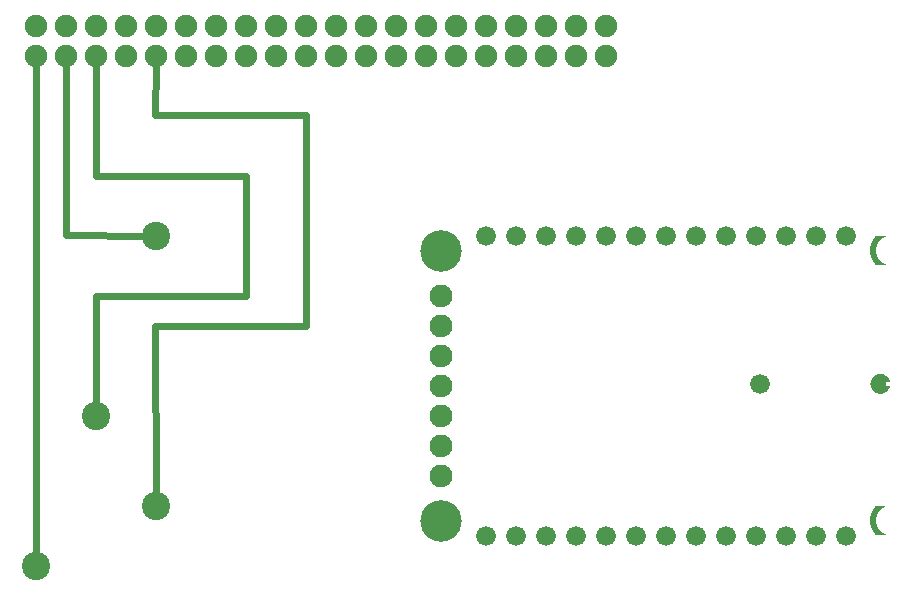
<source format=gtl>
G04 MADE WITH FRITZING*
G04 WWW.FRITZING.ORG*
G04 DOUBLE SIDED*
G04 HOLES PLATED*
G04 CONTOUR ON CENTER OF CONTOUR VECTOR*
%ASAXBY*%
%FSLAX23Y23*%
%MOIN*%
%OFA0B0*%
%SFA1.0B1.0*%
%ADD10C,0.138425*%
%ADD11C,0.066000*%
%ADD12C,0.076000*%
%ADD13C,0.042000*%
%ADD14C,0.075361*%
%ADD15C,0.094488*%
%ADD16C,0.024000*%
%ADD17R,0.001000X0.001000*%
%LNCOPPER1*%
G90*
G70*
G54D10*
X1837Y1337D03*
G54D11*
X1987Y1387D03*
X2087Y1387D03*
X2187Y1387D03*
X2287Y1387D03*
G54D10*
X1837Y437D03*
G54D11*
X2387Y1387D03*
X2487Y1387D03*
X2587Y1387D03*
X2687Y1387D03*
X2787Y1387D03*
X2887Y1387D03*
X2987Y1387D03*
X3087Y1387D03*
X3187Y1387D03*
X1987Y387D03*
X2087Y387D03*
X2187Y387D03*
X2287Y387D03*
X2387Y387D03*
X2487Y387D03*
X2587Y387D03*
X2687Y387D03*
X2787Y387D03*
X2887Y387D03*
X2987Y387D03*
X3087Y387D03*
X3187Y387D03*
G54D12*
X1837Y1187D03*
X1837Y1087D03*
X1837Y987D03*
X1837Y887D03*
X1837Y787D03*
X1837Y687D03*
X1837Y587D03*
G54D13*
X3302Y892D03*
G54D11*
X2902Y892D03*
G54D14*
X487Y1987D03*
X587Y1987D03*
X687Y1987D03*
X787Y1987D03*
X887Y1987D03*
X987Y1987D03*
X1087Y1987D03*
X1187Y1987D03*
X1287Y1987D03*
X1387Y1987D03*
X1487Y1987D03*
X1587Y1987D03*
X1687Y1987D03*
X1787Y1987D03*
X1887Y1987D03*
X1987Y1987D03*
X2087Y1987D03*
X2187Y1987D03*
X2287Y1987D03*
X2387Y1987D03*
X2387Y2087D03*
X2287Y2087D03*
X2187Y2087D03*
X2087Y2087D03*
X1987Y2087D03*
X1887Y2087D03*
X1787Y2087D03*
X1687Y2087D03*
X1587Y2087D03*
X1487Y2087D03*
X1387Y2087D03*
X1287Y2087D03*
X1187Y2087D03*
X1087Y2087D03*
X987Y2087D03*
X887Y2087D03*
X787Y2087D03*
X687Y2087D03*
X587Y2087D03*
X487Y2087D03*
G54D15*
X487Y287D03*
X887Y1387D03*
X687Y787D03*
X887Y487D03*
G54D16*
X487Y314D02*
X487Y1956D01*
D02*
X1389Y1289D02*
X1389Y1585D01*
D02*
X1389Y1086D02*
X1389Y1289D01*
D02*
X887Y514D02*
X885Y1086D01*
D02*
X1389Y1585D02*
X1389Y1788D01*
D02*
X1389Y1788D02*
X885Y1788D01*
D02*
X885Y1086D02*
X1389Y1086D01*
D02*
X885Y1788D02*
X887Y1956D01*
D02*
X688Y1585D02*
X688Y1956D01*
D02*
X688Y1185D02*
X1186Y1185D01*
D02*
X1186Y1185D02*
X1186Y1585D01*
D02*
X1186Y1585D02*
X688Y1585D01*
D02*
X687Y814D02*
X688Y1185D01*
D02*
X861Y1387D02*
X589Y1388D01*
D02*
X589Y1388D02*
X588Y1956D01*
G54D17*
X3288Y1386D02*
X3326Y1386D01*
X3287Y1385D02*
X3322Y1385D01*
X3286Y1384D02*
X3319Y1384D01*
X3285Y1383D02*
X3316Y1383D01*
X3284Y1382D02*
X3314Y1382D01*
X3283Y1381D02*
X3312Y1381D01*
X3282Y1380D02*
X3311Y1380D01*
X3282Y1379D02*
X3309Y1379D01*
X3281Y1378D02*
X3308Y1378D01*
X3280Y1377D02*
X3306Y1377D01*
X3280Y1376D02*
X3305Y1376D01*
X3279Y1375D02*
X3304Y1375D01*
X3278Y1374D02*
X3303Y1374D01*
X3278Y1373D02*
X3302Y1373D01*
X3277Y1372D02*
X3301Y1372D01*
X3277Y1371D02*
X3300Y1371D01*
X3276Y1370D02*
X3299Y1370D01*
X3276Y1369D02*
X3298Y1369D01*
X3275Y1368D02*
X3297Y1368D01*
X3275Y1367D02*
X3296Y1367D01*
X3274Y1366D02*
X3296Y1366D01*
X3274Y1365D02*
X3295Y1365D01*
X3273Y1364D02*
X3294Y1364D01*
X3273Y1363D02*
X3294Y1363D01*
X3273Y1362D02*
X3293Y1362D01*
X3272Y1361D02*
X3293Y1361D01*
X3272Y1360D02*
X3292Y1360D01*
X3271Y1359D02*
X3292Y1359D01*
X3271Y1358D02*
X3291Y1358D01*
X3271Y1357D02*
X3291Y1357D01*
X3271Y1356D02*
X3290Y1356D01*
X3270Y1355D02*
X3290Y1355D01*
X3270Y1354D02*
X3289Y1354D01*
X3270Y1353D02*
X3289Y1353D01*
X3269Y1352D02*
X3289Y1352D01*
X3269Y1351D02*
X3289Y1351D01*
X3269Y1350D02*
X3288Y1350D01*
X3269Y1349D02*
X3288Y1349D01*
X3269Y1348D02*
X3288Y1348D01*
X3269Y1347D02*
X3288Y1347D01*
X3268Y1346D02*
X3288Y1346D01*
X3268Y1345D02*
X3287Y1345D01*
X3268Y1344D02*
X3287Y1344D01*
X3268Y1343D02*
X3287Y1343D01*
X3268Y1342D02*
X3287Y1342D01*
X3268Y1341D02*
X3287Y1341D01*
X3268Y1340D02*
X3287Y1340D01*
X3268Y1339D02*
X3287Y1339D01*
X3268Y1338D02*
X3287Y1338D01*
X3268Y1337D02*
X3287Y1337D01*
X3268Y1336D02*
X3287Y1336D01*
X3268Y1335D02*
X3287Y1335D01*
X3268Y1334D02*
X3287Y1334D01*
X3268Y1333D02*
X3287Y1333D01*
X3268Y1332D02*
X3287Y1332D01*
X3268Y1331D02*
X3287Y1331D01*
X3268Y1330D02*
X3288Y1330D01*
X3269Y1329D02*
X3288Y1329D01*
X3269Y1328D02*
X3288Y1328D01*
X3269Y1327D02*
X3288Y1327D01*
X3269Y1326D02*
X3288Y1326D01*
X3269Y1325D02*
X3289Y1325D01*
X3269Y1324D02*
X3289Y1324D01*
X3270Y1323D02*
X3289Y1323D01*
X3270Y1322D02*
X3289Y1322D01*
X3270Y1321D02*
X3290Y1321D01*
X3270Y1320D02*
X3290Y1320D01*
X3271Y1319D02*
X3290Y1319D01*
X3271Y1318D02*
X3291Y1318D01*
X3271Y1317D02*
X3291Y1317D01*
X3272Y1316D02*
X3292Y1316D01*
X3272Y1315D02*
X3292Y1315D01*
X3272Y1314D02*
X3293Y1314D01*
X3273Y1313D02*
X3294Y1313D01*
X3273Y1312D02*
X3294Y1312D01*
X3274Y1311D02*
X3295Y1311D01*
X3274Y1310D02*
X3295Y1310D01*
X3274Y1309D02*
X3296Y1309D01*
X3275Y1308D02*
X3297Y1308D01*
X3275Y1307D02*
X3298Y1307D01*
X3276Y1306D02*
X3299Y1306D01*
X3276Y1305D02*
X3300Y1305D01*
X3277Y1304D02*
X3300Y1304D01*
X3278Y1303D02*
X3301Y1303D01*
X3278Y1302D02*
X3302Y1302D01*
X3279Y1301D02*
X3304Y1301D01*
X3279Y1300D02*
X3305Y1300D01*
X3280Y1299D02*
X3306Y1299D01*
X3281Y1298D02*
X3307Y1298D01*
X3281Y1297D02*
X3308Y1297D01*
X3282Y1296D02*
X3310Y1296D01*
X3283Y1295D02*
X3312Y1295D01*
X3284Y1294D02*
X3313Y1294D01*
X3284Y1293D02*
X3315Y1293D01*
X3285Y1292D02*
X3318Y1292D01*
X3286Y1291D02*
X3320Y1291D01*
X3287Y1290D02*
X3324Y1290D01*
X3288Y1289D02*
X3330Y1289D01*
X3295Y925D02*
X3308Y925D01*
X3292Y924D02*
X3312Y924D01*
X3289Y923D02*
X3314Y923D01*
X3287Y922D02*
X3316Y922D01*
X3285Y921D02*
X3318Y921D01*
X3284Y920D02*
X3320Y920D01*
X3282Y919D02*
X3321Y919D01*
X3281Y918D02*
X3322Y918D01*
X3280Y917D02*
X3324Y917D01*
X3279Y916D02*
X3325Y916D01*
X3278Y915D02*
X3326Y915D01*
X3277Y914D02*
X3326Y914D01*
X3276Y913D02*
X3327Y913D01*
X3275Y912D02*
X3328Y912D01*
X3275Y911D02*
X3329Y911D01*
X3274Y910D02*
X3329Y910D01*
X3274Y909D02*
X3330Y909D01*
X3273Y908D02*
X3296Y908D01*
X3308Y908D02*
X3330Y908D01*
X3273Y907D02*
X3294Y907D01*
X3310Y907D02*
X3331Y907D01*
X3272Y906D02*
X3292Y906D01*
X3311Y906D02*
X3331Y906D01*
X3272Y905D02*
X3291Y905D01*
X3312Y905D02*
X3332Y905D01*
X3271Y904D02*
X3290Y904D01*
X3314Y904D02*
X3332Y904D01*
X3271Y903D02*
X3289Y903D01*
X3314Y903D02*
X3332Y903D01*
X3271Y902D02*
X3288Y902D01*
X3315Y902D02*
X3333Y902D01*
X3270Y901D02*
X3287Y901D01*
X3316Y901D02*
X3333Y901D01*
X3270Y900D02*
X3287Y900D01*
X3317Y900D02*
X3333Y900D01*
X3270Y899D02*
X3286Y899D01*
X3317Y899D02*
X3333Y899D01*
X3270Y898D02*
X3286Y898D01*
X3269Y897D02*
X3286Y897D01*
X3269Y896D02*
X3285Y896D01*
X3269Y895D02*
X3285Y895D01*
X3269Y894D02*
X3285Y894D01*
X3269Y893D02*
X3285Y893D01*
X3269Y892D02*
X3285Y892D01*
X3269Y891D02*
X3285Y891D01*
X3269Y890D02*
X3285Y890D01*
X3269Y889D02*
X3286Y889D01*
X3270Y888D02*
X3286Y888D01*
X3270Y887D02*
X3286Y887D01*
X3317Y887D02*
X3333Y887D01*
X3270Y886D02*
X3287Y886D01*
X3317Y886D02*
X3333Y886D01*
X3270Y885D02*
X3287Y885D01*
X3316Y885D02*
X3333Y885D01*
X3270Y884D02*
X3288Y884D01*
X3316Y884D02*
X3333Y884D01*
X3271Y883D02*
X3289Y883D01*
X3315Y883D02*
X3332Y883D01*
X3271Y882D02*
X3289Y882D01*
X3314Y882D02*
X3332Y882D01*
X3272Y881D02*
X3290Y881D01*
X3313Y881D02*
X3332Y881D01*
X3272Y880D02*
X3292Y880D01*
X3312Y880D02*
X3331Y880D01*
X3272Y879D02*
X3293Y879D01*
X3310Y879D02*
X3331Y879D01*
X3273Y878D02*
X3295Y878D01*
X3308Y878D02*
X3330Y878D01*
X3273Y877D02*
X3299Y877D01*
X3304Y877D02*
X3330Y877D01*
X3274Y876D02*
X3329Y876D01*
X3275Y875D02*
X3329Y875D01*
X3275Y874D02*
X3328Y874D01*
X3276Y873D02*
X3327Y873D01*
X3277Y872D02*
X3327Y872D01*
X3277Y871D02*
X3326Y871D01*
X3278Y870D02*
X3325Y870D01*
X3279Y869D02*
X3324Y869D01*
X3281Y868D02*
X3323Y868D01*
X3282Y867D02*
X3321Y867D01*
X3283Y866D02*
X3320Y866D01*
X3285Y865D02*
X3319Y865D01*
X3286Y864D02*
X3317Y864D01*
X3289Y863D02*
X3315Y863D01*
X3291Y862D02*
X3312Y862D01*
X3294Y861D02*
X3309Y861D01*
X3300Y860D02*
X3303Y860D01*
X3287Y486D02*
X3325Y486D01*
X3287Y485D02*
X3321Y485D01*
X3286Y484D02*
X3318Y484D01*
X3285Y483D02*
X3316Y483D01*
X3284Y482D02*
X3314Y482D01*
X3283Y481D02*
X3312Y481D01*
X3282Y480D02*
X3310Y480D01*
X3282Y479D02*
X3309Y479D01*
X3281Y478D02*
X3308Y478D01*
X3280Y477D02*
X3306Y477D01*
X3280Y476D02*
X3305Y476D01*
X3279Y475D02*
X3304Y475D01*
X3278Y474D02*
X3303Y474D01*
X3278Y473D02*
X3302Y473D01*
X3277Y472D02*
X3301Y472D01*
X3277Y471D02*
X3300Y471D01*
X3276Y470D02*
X3299Y470D01*
X3276Y469D02*
X3298Y469D01*
X3275Y468D02*
X3297Y468D01*
X3275Y467D02*
X3296Y467D01*
X3274Y466D02*
X3296Y466D01*
X3274Y465D02*
X3295Y465D01*
X3273Y464D02*
X3294Y464D01*
X3273Y463D02*
X3294Y463D01*
X3273Y462D02*
X3293Y462D01*
X3272Y461D02*
X3292Y461D01*
X3272Y460D02*
X3292Y460D01*
X3271Y459D02*
X3292Y459D01*
X3271Y458D02*
X3291Y458D01*
X3271Y457D02*
X3291Y457D01*
X3271Y456D02*
X3290Y456D01*
X3270Y455D02*
X3290Y455D01*
X3270Y454D02*
X3289Y454D01*
X3270Y453D02*
X3289Y453D01*
X3269Y452D02*
X3289Y452D01*
X3269Y451D02*
X3289Y451D01*
X3269Y450D02*
X3288Y450D01*
X3269Y449D02*
X3288Y449D01*
X3269Y448D02*
X3288Y448D01*
X3269Y447D02*
X3288Y447D01*
X3268Y446D02*
X3288Y446D01*
X3268Y445D02*
X3287Y445D01*
X3268Y444D02*
X3287Y444D01*
X3268Y443D02*
X3287Y443D01*
X3268Y442D02*
X3287Y442D01*
X3268Y441D02*
X3287Y441D01*
X3268Y440D02*
X3287Y440D01*
X3268Y439D02*
X3287Y439D01*
X3268Y438D02*
X3287Y438D01*
X3268Y437D02*
X3287Y437D01*
X3268Y436D02*
X3287Y436D01*
X3268Y435D02*
X3287Y435D01*
X3268Y434D02*
X3287Y434D01*
X3268Y433D02*
X3287Y433D01*
X3268Y432D02*
X3287Y432D01*
X3268Y431D02*
X3287Y431D01*
X3268Y430D02*
X3288Y430D01*
X3269Y429D02*
X3288Y429D01*
X3269Y428D02*
X3288Y428D01*
X3269Y427D02*
X3288Y427D01*
X3269Y426D02*
X3288Y426D01*
X3269Y425D02*
X3289Y425D01*
X3269Y424D02*
X3289Y424D01*
X3270Y423D02*
X3289Y423D01*
X3270Y422D02*
X3289Y422D01*
X3270Y421D02*
X3290Y421D01*
X3270Y420D02*
X3290Y420D01*
X3271Y419D02*
X3290Y419D01*
X3271Y418D02*
X3291Y418D01*
X3271Y417D02*
X3291Y417D01*
X3272Y416D02*
X3292Y416D01*
X3272Y415D02*
X3292Y415D01*
X3272Y414D02*
X3293Y414D01*
X3273Y413D02*
X3294Y413D01*
X3273Y412D02*
X3294Y412D01*
X3274Y411D02*
X3295Y411D01*
X3274Y410D02*
X3296Y410D01*
X3275Y409D02*
X3296Y409D01*
X3275Y408D02*
X3297Y408D01*
X3275Y407D02*
X3298Y407D01*
X3276Y406D02*
X3299Y406D01*
X3276Y405D02*
X3300Y405D01*
X3277Y404D02*
X3301Y404D01*
X3278Y403D02*
X3301Y403D01*
X3278Y402D02*
X3303Y402D01*
X3279Y401D02*
X3304Y401D01*
X3279Y400D02*
X3305Y400D01*
X3280Y399D02*
X3306Y399D01*
X3281Y398D02*
X3307Y398D01*
X3281Y397D02*
X3309Y397D01*
X3282Y396D02*
X3310Y396D01*
X3283Y395D02*
X3312Y395D01*
X3284Y394D02*
X3314Y394D01*
X3285Y393D02*
X3316Y393D01*
X3285Y392D02*
X3318Y392D01*
X3286Y391D02*
X3321Y391D01*
X3287Y390D02*
X3325Y390D01*
X3288Y389D02*
X3331Y389D01*
D02*
G04 End of Copper1*
M02*
</source>
